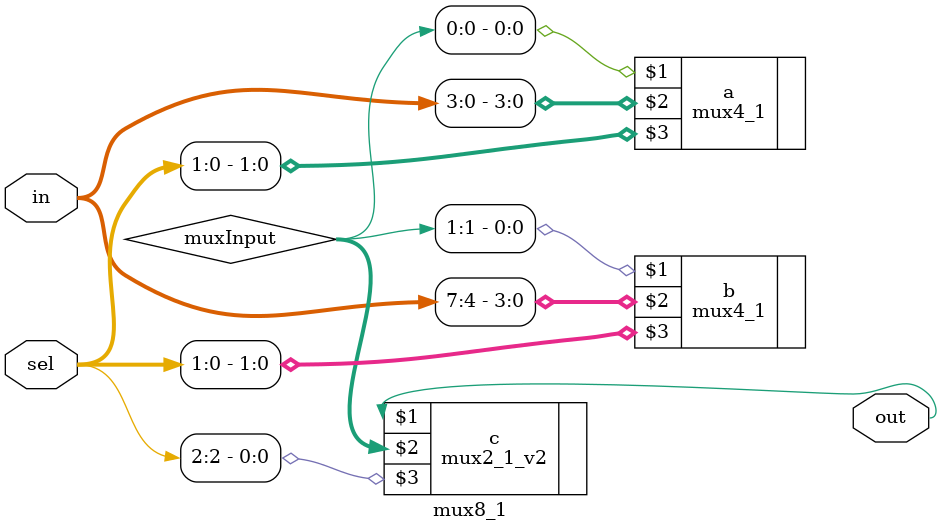
<source format=sv>
`timescale 1ns/1ps

module mux8_1 (out, in, sel);
	output out;
	input [7:0] in;
	input [2:0] sel;
	
	logic [1:0] muxInput;
	
	mux4_1 a (muxInput[0], in[3:0], sel[1:0]);
	mux4_1 b (muxInput[1], in[7:4], sel[1:0]);
	
	mux2_1_v2 c (out, muxInput, sel[2]);
	
endmodule

</source>
